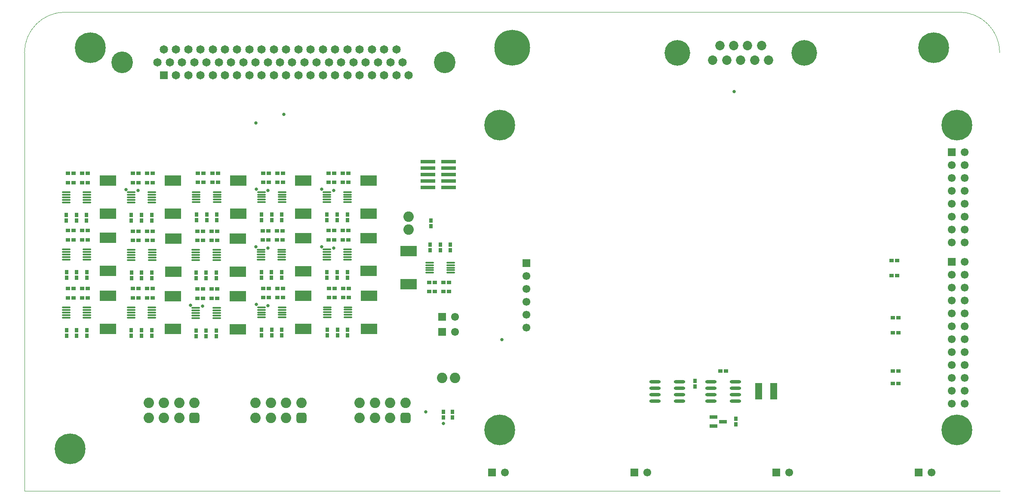
<source format=gts>
%FSLAX25Y25*%
%MOIN*%
G70*
G01*
G75*
G04 Layer_Color=8388736*
%ADD10R,0.02756X0.03150*%
%ADD11O,0.06890X0.01181*%
%ADD12R,0.12598X0.07874*%
%ADD13R,0.03150X0.02756*%
%ADD14R,0.05118X0.03150*%
%ADD15R,0.05906X0.02362*%
%ADD16O,0.08661X0.02362*%
%ADD17R,0.11000X0.02900*%
%ADD18C,0.01000*%
%ADD19C,0.02000*%
%ADD20C,0.03000*%
%ADD21C,0.01181*%
%ADD22C,0.01800*%
%ADD23C,0.00100*%
%ADD24C,0.07874*%
%ADD25R,0.05906X0.05906*%
%ADD26C,0.05906*%
%ADD27C,0.07087*%
%ADD28C,0.19685*%
%ADD29C,0.16535*%
%ADD30C,0.06299*%
%ADD31R,0.06299X0.06299*%
%ADD32C,0.27559*%
%ADD33C,0.23622*%
%ADD34R,0.05906X0.05906*%
G04:AMPARAMS|DCode=35|XSize=78.74mil|YSize=78.74mil|CornerRadius=19.69mil|HoleSize=0mil|Usage=FLASHONLY|Rotation=0.000|XOffset=0mil|YOffset=0mil|HoleType=Round|Shape=RoundedRectangle|*
%AMROUNDEDRECTD35*
21,1,0.07874,0.03937,0,0,0.0*
21,1,0.03937,0.07874,0,0,0.0*
1,1,0.03937,0.01969,-0.01969*
1,1,0.03937,-0.01969,-0.01969*
1,1,0.03937,-0.01969,0.01969*
1,1,0.03937,0.01969,0.01969*
%
%ADD35ROUNDEDRECTD35*%
%ADD36C,0.02362*%
%ADD37C,0.02756*%
%ADD38C,0.01969*%
%ADD39C,0.03937*%
%ADD40C,0.04000*%
%ADD41C,0.04000*%
%ADD42C,0.00787*%
%ADD43C,0.08331*%
%ADD44C,0.07543*%
%ADD45C,0.08685*%
%ADD46C,0.16520*%
%ADD47C,0.17779*%
%ADD48C,0.16205*%
G04:AMPARAMS|DCode=49|XSize=95.433mil|YSize=95.433mil|CornerRadius=0mil|HoleSize=0mil|Usage=FLASHONLY|Rotation=0.000|XOffset=0mil|YOffset=0mil|HoleType=Round|Shape=Relief|Width=10mil|Gap=10mil|Entries=4|*
%AMTHD49*
7,0,0,0.09543,0.07543,0.01000,45*
%
%ADD49THD49*%
%ADD50C,0.16598*%
%ADD51C,0.07937*%
%ADD52C,0.15811*%
%ADD53C,0.05181*%
G04:AMPARAMS|DCode=54|XSize=71.811mil|YSize=71.811mil|CornerRadius=0mil|HoleSize=0mil|Usage=FLASHONLY|Rotation=0.000|XOffset=0mil|YOffset=0mil|HoleType=Round|Shape=Relief|Width=10mil|Gap=10mil|Entries=4|*
%AMTHD54*
7,0,0,0.07181,0.05181,0.01000,45*
%
%ADD54THD54*%
%ADD55C,0.05969*%
G04:AMPARAMS|DCode=56|XSize=79.685mil|YSize=79.685mil|CornerRadius=0mil|HoleSize=0mil|Usage=FLASHONLY|Rotation=0.000|XOffset=0mil|YOffset=0mil|HoleType=Round|Shape=Relief|Width=10mil|Gap=10mil|Entries=4|*
%AMTHD56*
7,0,0,0.07969,0.05969,0.01000,45*
%
%ADD56THD56*%
%ADD57C,0.01772*%
%ADD58C,0.00984*%
%ADD59C,0.02362*%
%ADD60C,0.00394*%
%ADD61C,0.01575*%
%ADD62C,0.00750*%
%ADD63C,0.00500*%
%ADD64R,0.05800X0.12500*%
%ADD65R,0.02956X0.03350*%
%ADD66O,0.07090X0.01381*%
%ADD67R,0.12798X0.08074*%
%ADD68R,0.03350X0.02956*%
%ADD69R,0.05318X0.03350*%
%ADD70R,0.06106X0.02562*%
%ADD71O,0.08861X0.02562*%
%ADD72R,0.11200X0.03100*%
%ADD73C,0.08074*%
%ADD74R,0.06106X0.06106*%
%ADD75C,0.06106*%
%ADD76C,0.07287*%
%ADD77C,0.19885*%
%ADD78C,0.16735*%
%ADD79C,0.06499*%
%ADD80R,0.06499X0.06499*%
%ADD81C,0.27759*%
%ADD82C,0.23822*%
%ADD83R,0.06106X0.06106*%
%ADD84C,0.00200*%
G04:AMPARAMS|DCode=85|XSize=80.74mil|YSize=80.74mil|CornerRadius=20.69mil|HoleSize=0mil|Usage=FLASHONLY|Rotation=0.000|XOffset=0mil|YOffset=0mil|HoleType=Round|Shape=RoundedRectangle|*
%AMROUNDEDRECTD85*
21,1,0.08074,0.03937,0,0,0.0*
21,1,0.03937,0.08074,0,0,0.0*
1,1,0.04137,0.01969,-0.01969*
1,1,0.04137,-0.01969,-0.01969*
1,1,0.04137,-0.01969,0.01969*
1,1,0.04137,0.01969,0.01969*
%
%ADD85ROUNDEDRECTD85*%
%ADD86C,0.02562*%
D23*
X-12795Y-59055D02*
G03*
X-44291Y-27559I-31496J0D01*
G01*
X-737205Y-27559D02*
G03*
X-768701Y-59055I0J-31496D01*
G01*
X-768701Y-398819D02*
X-12795D01*
X-768701D02*
Y-59055D01*
X-768701Y-59055D02*
X-768701Y-59055D01*
X-737205Y-27559D02*
X-44291D01*
D64*
X-187859Y-321453D02*
D03*
X-199670Y-321450D02*
D03*
D65*
X-453745Y-193606D02*
D03*
Y-189276D02*
D03*
X-685729Y-233776D02*
D03*
Y-229445D02*
D03*
X-677855Y-233776D02*
D03*
Y-229445D02*
D03*
X-669981Y-229445D02*
D03*
Y-233776D02*
D03*
X-635729Y-233776D02*
D03*
Y-229445D02*
D03*
X-627855Y-233776D02*
D03*
Y-229445D02*
D03*
X-619981Y-229445D02*
D03*
Y-233776D02*
D03*
X-635335Y-188894D02*
D03*
Y-184563D02*
D03*
X-627461Y-188894D02*
D03*
Y-184563D02*
D03*
X-619587Y-184563D02*
D03*
Y-188894D02*
D03*
X-584942Y-188894D02*
D03*
Y-184563D02*
D03*
X-577068Y-188894D02*
D03*
Y-184563D02*
D03*
X-569194Y-184563D02*
D03*
Y-188894D02*
D03*
X-635729Y-278658D02*
D03*
Y-274327D02*
D03*
X-627855Y-278658D02*
D03*
Y-274327D02*
D03*
X-619981Y-274327D02*
D03*
Y-278658D02*
D03*
X-584942Y-278264D02*
D03*
Y-273933D02*
D03*
X-577068Y-278264D02*
D03*
Y-273933D02*
D03*
X-569194Y-273933D02*
D03*
Y-278264D02*
D03*
X-585103Y-233508D02*
D03*
Y-229177D02*
D03*
X-577229Y-233508D02*
D03*
Y-229177D02*
D03*
X-569355Y-229177D02*
D03*
Y-233508D02*
D03*
X-685891Y-189020D02*
D03*
Y-184689D02*
D03*
X-678017Y-189020D02*
D03*
Y-184689D02*
D03*
X-670143Y-184689D02*
D03*
Y-189020D02*
D03*
X-736284Y-189020D02*
D03*
Y-184689D02*
D03*
X-728410Y-189020D02*
D03*
Y-184689D02*
D03*
X-720536Y-184689D02*
D03*
Y-189020D02*
D03*
X-736123Y-233323D02*
D03*
Y-228992D02*
D03*
X-728249Y-233323D02*
D03*
Y-228992D02*
D03*
X-720375Y-228992D02*
D03*
Y-233323D02*
D03*
X-736123Y-278323D02*
D03*
Y-273992D02*
D03*
X-728249Y-278323D02*
D03*
Y-273992D02*
D03*
X-720375Y-273992D02*
D03*
Y-278323D02*
D03*
X-534154Y-188894D02*
D03*
Y-184563D02*
D03*
X-526280Y-188894D02*
D03*
Y-184563D02*
D03*
X-518406Y-184563D02*
D03*
Y-188894D02*
D03*
X-533922Y-278193D02*
D03*
Y-273862D02*
D03*
X-526048Y-278193D02*
D03*
Y-273862D02*
D03*
X-518174Y-273862D02*
D03*
Y-278193D02*
D03*
X-534154Y-233382D02*
D03*
Y-229051D02*
D03*
X-526280Y-233382D02*
D03*
Y-229051D02*
D03*
X-518406Y-229051D02*
D03*
Y-233382D02*
D03*
X-685891Y-278390D02*
D03*
Y-274059D02*
D03*
X-678017Y-278390D02*
D03*
Y-274059D02*
D03*
X-670143Y-274059D02*
D03*
Y-278390D02*
D03*
X-438548Y-207772D02*
D03*
Y-212102D02*
D03*
X-446422Y-207772D02*
D03*
Y-212102D02*
D03*
X-454296Y-212102D02*
D03*
Y-207772D02*
D03*
X-217387Y-347287D02*
D03*
Y-342957D02*
D03*
X-248883Y-317760D02*
D03*
Y-313429D02*
D03*
X-437008Y-337402D02*
D03*
Y-341732D02*
D03*
X-443898Y-341732D02*
D03*
Y-337402D02*
D03*
D66*
X-685926Y-211925D02*
D03*
Y-213894D02*
D03*
Y-215862D02*
D03*
Y-217831D02*
D03*
Y-219799D02*
D03*
X-669784Y-211925D02*
D03*
Y-213894D02*
D03*
Y-215862D02*
D03*
Y-217831D02*
D03*
Y-219799D02*
D03*
X-635926Y-211925D02*
D03*
Y-213894D02*
D03*
Y-215862D02*
D03*
Y-217831D02*
D03*
Y-219799D02*
D03*
X-619784Y-211925D02*
D03*
Y-213894D02*
D03*
Y-215862D02*
D03*
Y-217831D02*
D03*
Y-219799D02*
D03*
X-635532Y-167043D02*
D03*
Y-169012D02*
D03*
Y-170980D02*
D03*
Y-172949D02*
D03*
Y-174917D02*
D03*
X-619390Y-167043D02*
D03*
Y-169012D02*
D03*
Y-170980D02*
D03*
Y-172949D02*
D03*
Y-174917D02*
D03*
X-585139Y-167043D02*
D03*
Y-169012D02*
D03*
Y-170980D02*
D03*
Y-172949D02*
D03*
Y-174917D02*
D03*
X-568997Y-167043D02*
D03*
Y-169012D02*
D03*
Y-170980D02*
D03*
Y-172949D02*
D03*
Y-174917D02*
D03*
X-635926Y-256807D02*
D03*
Y-258776D02*
D03*
Y-260744D02*
D03*
Y-262713D02*
D03*
Y-264681D02*
D03*
X-619784Y-256807D02*
D03*
Y-258776D02*
D03*
Y-260744D02*
D03*
Y-262713D02*
D03*
Y-264681D02*
D03*
X-585139Y-256413D02*
D03*
Y-258382D02*
D03*
Y-260350D02*
D03*
Y-262319D02*
D03*
Y-264287D02*
D03*
X-568997Y-256413D02*
D03*
Y-258382D02*
D03*
Y-260350D02*
D03*
Y-262319D02*
D03*
Y-264287D02*
D03*
X-585300Y-211658D02*
D03*
Y-213626D02*
D03*
Y-215595D02*
D03*
Y-217563D02*
D03*
Y-219531D02*
D03*
X-569158Y-211658D02*
D03*
Y-213626D02*
D03*
Y-215595D02*
D03*
Y-217563D02*
D03*
Y-219531D02*
D03*
X-686087Y-167169D02*
D03*
Y-169138D02*
D03*
Y-171106D02*
D03*
Y-173075D02*
D03*
Y-175043D02*
D03*
X-669946Y-167169D02*
D03*
Y-169138D02*
D03*
Y-171106D02*
D03*
Y-173075D02*
D03*
Y-175043D02*
D03*
X-736481Y-167169D02*
D03*
Y-169138D02*
D03*
Y-171106D02*
D03*
Y-173075D02*
D03*
Y-175043D02*
D03*
X-720339Y-167169D02*
D03*
Y-169138D02*
D03*
Y-171106D02*
D03*
Y-173075D02*
D03*
Y-175043D02*
D03*
X-736320Y-211472D02*
D03*
Y-213441D02*
D03*
Y-215409D02*
D03*
Y-217378D02*
D03*
Y-219346D02*
D03*
X-720178Y-211472D02*
D03*
Y-213441D02*
D03*
Y-215409D02*
D03*
Y-217378D02*
D03*
Y-219346D02*
D03*
X-736320Y-256472D02*
D03*
Y-258441D02*
D03*
Y-260409D02*
D03*
Y-262378D02*
D03*
Y-264347D02*
D03*
X-720178Y-256472D02*
D03*
Y-258441D02*
D03*
Y-260409D02*
D03*
Y-262378D02*
D03*
Y-264347D02*
D03*
X-534351Y-167043D02*
D03*
Y-169012D02*
D03*
Y-170980D02*
D03*
Y-172949D02*
D03*
Y-174917D02*
D03*
X-518209Y-167043D02*
D03*
Y-169012D02*
D03*
Y-170980D02*
D03*
Y-172949D02*
D03*
Y-174917D02*
D03*
X-534119Y-256343D02*
D03*
Y-258311D02*
D03*
Y-260279D02*
D03*
Y-262248D02*
D03*
Y-264216D02*
D03*
X-517977Y-256343D02*
D03*
Y-258311D02*
D03*
Y-260279D02*
D03*
Y-262248D02*
D03*
Y-264216D02*
D03*
X-534351Y-211531D02*
D03*
Y-213500D02*
D03*
Y-215469D02*
D03*
Y-217437D02*
D03*
Y-219406D02*
D03*
X-518209Y-211531D02*
D03*
Y-213500D02*
D03*
Y-215469D02*
D03*
Y-217437D02*
D03*
Y-219406D02*
D03*
X-686087Y-256539D02*
D03*
Y-258508D02*
D03*
Y-260476D02*
D03*
Y-262445D02*
D03*
Y-264413D02*
D03*
X-669946Y-256539D02*
D03*
Y-258508D02*
D03*
Y-260476D02*
D03*
Y-262445D02*
D03*
Y-264413D02*
D03*
X-438351Y-229622D02*
D03*
Y-227654D02*
D03*
Y-225685D02*
D03*
Y-223716D02*
D03*
Y-221748D02*
D03*
X-454493Y-229622D02*
D03*
Y-227654D02*
D03*
Y-225685D02*
D03*
Y-223716D02*
D03*
Y-221748D02*
D03*
D67*
X-653446Y-228658D02*
D03*
Y-203067D02*
D03*
X-603446Y-228658D02*
D03*
Y-203067D02*
D03*
X-603052Y-183776D02*
D03*
Y-158185D02*
D03*
X-552658Y-183776D02*
D03*
Y-158185D02*
D03*
X-603446Y-273539D02*
D03*
Y-247949D02*
D03*
X-552658Y-273146D02*
D03*
Y-247555D02*
D03*
X-552820Y-228390D02*
D03*
Y-202799D02*
D03*
X-653607Y-183902D02*
D03*
Y-158311D02*
D03*
X-704001Y-183902D02*
D03*
Y-158311D02*
D03*
X-703839Y-228205D02*
D03*
Y-202614D02*
D03*
Y-273205D02*
D03*
Y-247614D02*
D03*
X-501871Y-183776D02*
D03*
Y-158185D02*
D03*
X-501639Y-273075D02*
D03*
Y-247484D02*
D03*
X-501871Y-228264D02*
D03*
Y-202673D02*
D03*
X-653607Y-273272D02*
D03*
Y-247681D02*
D03*
X-470831Y-212890D02*
D03*
Y-238480D02*
D03*
D68*
X-684548Y-204445D02*
D03*
X-680217D02*
D03*
X-684548Y-197358D02*
D03*
X-680217D02*
D03*
X-673524Y-204445D02*
D03*
X-669194D02*
D03*
X-673524Y-197358D02*
D03*
X-669194D02*
D03*
X-634548Y-204445D02*
D03*
X-630217D02*
D03*
X-634548Y-197358D02*
D03*
X-630217D02*
D03*
X-623524Y-204445D02*
D03*
X-619194D02*
D03*
X-623524Y-197358D02*
D03*
X-619194D02*
D03*
X-634154Y-159563D02*
D03*
X-629824D02*
D03*
X-634154Y-152476D02*
D03*
X-629824D02*
D03*
X-623131Y-159563D02*
D03*
X-618800D02*
D03*
X-623131Y-152476D02*
D03*
X-618800D02*
D03*
X-583761Y-159563D02*
D03*
X-579430D02*
D03*
X-583761Y-152476D02*
D03*
X-579430D02*
D03*
X-572737Y-159563D02*
D03*
X-568406D02*
D03*
X-572737Y-152476D02*
D03*
X-568406D02*
D03*
X-634548Y-249327D02*
D03*
X-630217D02*
D03*
X-634548Y-242240D02*
D03*
X-630217D02*
D03*
X-623524Y-249327D02*
D03*
X-619194D02*
D03*
X-623524Y-242240D02*
D03*
X-619194D02*
D03*
X-583761Y-248933D02*
D03*
X-579430D02*
D03*
X-583761Y-241846D02*
D03*
X-579430D02*
D03*
X-572737Y-248933D02*
D03*
X-568406D02*
D03*
X-572737Y-241846D02*
D03*
X-568406D02*
D03*
X-583922Y-204177D02*
D03*
X-579591D02*
D03*
X-583922Y-197091D02*
D03*
X-579591D02*
D03*
X-572898Y-204177D02*
D03*
X-568568D02*
D03*
X-572898Y-197091D02*
D03*
X-568568D02*
D03*
X-684710Y-159689D02*
D03*
X-680379D02*
D03*
X-684710Y-152602D02*
D03*
X-680379D02*
D03*
X-673686Y-159689D02*
D03*
X-669355D02*
D03*
X-673686Y-152602D02*
D03*
X-669355D02*
D03*
X-735103Y-159689D02*
D03*
X-730772D02*
D03*
X-735103Y-152602D02*
D03*
X-730772D02*
D03*
X-724080Y-159689D02*
D03*
X-719749D02*
D03*
X-724080Y-152602D02*
D03*
X-719749D02*
D03*
X-734942Y-203992D02*
D03*
X-730611D02*
D03*
X-734942Y-196906D02*
D03*
X-730611D02*
D03*
X-723918Y-203992D02*
D03*
X-719587D02*
D03*
X-723918Y-196906D02*
D03*
X-719587D02*
D03*
X-734942Y-248992D02*
D03*
X-730611D02*
D03*
X-734942Y-241905D02*
D03*
X-730611D02*
D03*
X-723918Y-248992D02*
D03*
X-719587D02*
D03*
X-723918Y-241905D02*
D03*
X-719587D02*
D03*
X-532973Y-159563D02*
D03*
X-528643D02*
D03*
X-532973Y-152476D02*
D03*
X-528643D02*
D03*
X-521950Y-159563D02*
D03*
X-517619D02*
D03*
X-521950Y-152476D02*
D03*
X-517619D02*
D03*
X-532741Y-248862D02*
D03*
X-528410D02*
D03*
X-532741Y-241776D02*
D03*
X-528410D02*
D03*
X-521717Y-248862D02*
D03*
X-517387D02*
D03*
X-521717Y-241776D02*
D03*
X-517387D02*
D03*
X-532973Y-204051D02*
D03*
X-528643D02*
D03*
X-532973Y-196965D02*
D03*
X-528643D02*
D03*
X-521950Y-204051D02*
D03*
X-517619D02*
D03*
X-521950Y-196965D02*
D03*
X-517619D02*
D03*
X-684710Y-249059D02*
D03*
X-680379D02*
D03*
X-684710Y-241972D02*
D03*
X-680379D02*
D03*
X-673686Y-249059D02*
D03*
X-669355D02*
D03*
X-673686Y-241972D02*
D03*
X-669355D02*
D03*
X-439729Y-237102D02*
D03*
X-444060D02*
D03*
X-439729Y-244189D02*
D03*
X-444060D02*
D03*
X-450753Y-237102D02*
D03*
X-455084D02*
D03*
X-450753Y-244189D02*
D03*
X-455084D02*
D03*
X-95536Y-315595D02*
D03*
X-91206D02*
D03*
X-95536Y-305752D02*
D03*
X-91206D02*
D03*
X-95536Y-264413D02*
D03*
X-91206D02*
D03*
X-95536Y-276224D02*
D03*
X-91206D02*
D03*
X-96521Y-231933D02*
D03*
X-92190D02*
D03*
X-96521Y-220122D02*
D03*
X-92190D02*
D03*
X-225064Y-305752D02*
D03*
X-229395D02*
D03*
D69*
X-187859Y-325796D02*
D03*
Y-321465D02*
D03*
Y-317135D02*
D03*
X-199670Y-325796D02*
D03*
Y-321465D02*
D03*
Y-317135D02*
D03*
D70*
X-227423Y-345122D02*
D03*
X-234710Y-348626D02*
D03*
Y-341618D02*
D03*
D71*
X-217780Y-329000D02*
D03*
Y-324000D02*
D03*
Y-319000D02*
D03*
Y-314000D02*
D03*
X-236678Y-329000D02*
D03*
Y-324000D02*
D03*
Y-319000D02*
D03*
Y-314000D02*
D03*
X-279985D02*
D03*
Y-319000D02*
D03*
Y-324000D02*
D03*
Y-329000D02*
D03*
X-261087Y-314000D02*
D03*
Y-319000D02*
D03*
Y-324000D02*
D03*
Y-329000D02*
D03*
D72*
X-456016Y-163587D02*
D03*
X-440017D02*
D03*
X-456016Y-158587D02*
D03*
X-440017D02*
D03*
X-456016Y-153587D02*
D03*
X-440017D02*
D03*
X-456016Y-148587D02*
D03*
X-440017D02*
D03*
Y-143587D02*
D03*
X-456016D02*
D03*
D73*
X-470950Y-186189D02*
D03*
Y-196189D02*
D03*
X-444828Y-311067D02*
D03*
X-434828D02*
D03*
X-485236Y-330487D02*
D03*
X-473425D02*
D03*
X-497047D02*
D03*
X-508858D02*
D03*
Y-342287D02*
D03*
X-497047D02*
D03*
X-485236D02*
D03*
X-565945Y-330487D02*
D03*
X-554134D02*
D03*
X-577756D02*
D03*
X-589567D02*
D03*
Y-342287D02*
D03*
X-577756D02*
D03*
X-565945D02*
D03*
X-648819Y-330487D02*
D03*
X-637008D02*
D03*
X-660630D02*
D03*
X-672441D02*
D03*
Y-342287D02*
D03*
X-660630D02*
D03*
X-648819D02*
D03*
D74*
X-75654Y-384492D02*
D03*
X-185891D02*
D03*
X-406363Y-384492D02*
D03*
X-296127Y-384492D02*
D03*
X-445143Y-275634D02*
D03*
X-445044Y-263724D02*
D03*
D75*
X-65654Y-384492D02*
D03*
X-175891D02*
D03*
X-396363Y-384492D02*
D03*
X-286127Y-384492D02*
D03*
X-435143Y-275634D02*
D03*
X-435044Y-263724D02*
D03*
X-379710Y-232090D02*
D03*
Y-242091D02*
D03*
Y-252091D02*
D03*
Y-262090D02*
D03*
Y-272091D02*
D03*
X-50064Y-321106D02*
D03*
Y-331106D02*
D03*
Y-291106D02*
D03*
Y-301106D02*
D03*
Y-311106D02*
D03*
Y-271106D02*
D03*
Y-281106D02*
D03*
Y-261106D02*
D03*
Y-251106D02*
D03*
Y-241106D02*
D03*
X-40064Y-271106D02*
D03*
X-50064Y-231106D02*
D03*
X-40064Y-331106D02*
D03*
Y-311106D02*
D03*
Y-321106D02*
D03*
Y-301106D02*
D03*
Y-281106D02*
D03*
Y-291106D02*
D03*
Y-241106D02*
D03*
Y-261106D02*
D03*
Y-221106D02*
D03*
Y-251106D02*
D03*
Y-231106D02*
D03*
Y-136106D02*
D03*
X-50064Y-146106D02*
D03*
X-40064D02*
D03*
X-50064Y-156106D02*
D03*
X-40064D02*
D03*
X-50064Y-166106D02*
D03*
X-40064D02*
D03*
X-50064Y-176106D02*
D03*
X-40064D02*
D03*
X-50064Y-186106D02*
D03*
X-40064D02*
D03*
X-50064Y-196106D02*
D03*
X-40064D02*
D03*
X-50064Y-206106D02*
D03*
X-40064D02*
D03*
D76*
X-197409Y-53479D02*
D03*
X-208209D02*
D03*
X-219009D02*
D03*
X-229809D02*
D03*
X-192009Y-64679D02*
D03*
X-202810D02*
D03*
X-213610D02*
D03*
X-224410D02*
D03*
X-235209D02*
D03*
D77*
X-262809Y-59079D02*
D03*
X-164409D02*
D03*
D78*
X-693048Y-66512D02*
D03*
X-443048D02*
D03*
D79*
X-470883Y-76512D02*
D03*
X-480371D02*
D03*
X-489859D02*
D03*
X-499465D02*
D03*
X-508954D02*
D03*
X-518442D02*
D03*
X-527930D02*
D03*
X-537418D02*
D03*
X-546906D02*
D03*
X-556394D02*
D03*
X-565883D02*
D03*
X-575371D02*
D03*
X-584859D02*
D03*
X-594347D02*
D03*
X-603835D02*
D03*
X-613324D02*
D03*
X-622812D02*
D03*
X-632300D02*
D03*
X-641788D02*
D03*
X-651276D02*
D03*
X-665528Y-66512D02*
D03*
X-651276Y-56512D02*
D03*
X-660765D02*
D03*
X-641788D02*
D03*
X-632300D02*
D03*
X-622812D02*
D03*
X-613324D02*
D03*
X-603835D02*
D03*
X-594347D02*
D03*
X-584859D02*
D03*
X-575371D02*
D03*
X-565883D02*
D03*
X-556394D02*
D03*
X-546906D02*
D03*
X-537418D02*
D03*
X-527930D02*
D03*
X-518442D02*
D03*
X-508954D02*
D03*
X-499465D02*
D03*
X-489859D02*
D03*
X-480371D02*
D03*
X-475646Y-66512D02*
D03*
X-485135D02*
D03*
X-494741D02*
D03*
X-504229D02*
D03*
X-513717D02*
D03*
X-523206D02*
D03*
X-532694D02*
D03*
X-542182D02*
D03*
X-551670D02*
D03*
X-561158D02*
D03*
X-570646D02*
D03*
X-580135D02*
D03*
X-589623D02*
D03*
X-599111D02*
D03*
X-608599D02*
D03*
X-618087D02*
D03*
X-627576D02*
D03*
X-637064D02*
D03*
X-656040D02*
D03*
X-646552D02*
D03*
D80*
X-660765Y-76512D02*
D03*
D81*
X-390748Y-55118D02*
D03*
D82*
X-717520D02*
D03*
X-63976Y-55118D02*
D03*
X-733268Y-366142D02*
D03*
X-46048Y-351421D02*
D03*
X-400379Y-115201D02*
D03*
X-46048D02*
D03*
X-400379Y-351421D02*
D03*
D83*
X-379710Y-222091D02*
D03*
X-50064Y-221106D02*
D03*
Y-136106D02*
D03*
D84*
X-500354Y-375787D02*
D03*
X-481929D02*
D03*
X-581063D02*
D03*
X-562638D02*
D03*
X-663937D02*
D03*
X-645512D02*
D03*
D85*
X-473425Y-342287D02*
D03*
X-554134D02*
D03*
X-637008D02*
D03*
D86*
X-218568Y-89217D02*
D03*
X-630620Y-255626D02*
D03*
X-639828Y-254678D02*
D03*
X-538253Y-164914D02*
D03*
X-529046Y-165862D02*
D03*
X-538253Y-209402D02*
D03*
X-529046Y-210350D02*
D03*
X-589040Y-164914D02*
D03*
X-579833Y-165862D02*
D03*
X-589202Y-209528D02*
D03*
X-579994Y-210476D02*
D03*
X-589040Y-254284D02*
D03*
X-579833Y-255232D02*
D03*
X-689989Y-165040D02*
D03*
X-680782Y-165988D02*
D03*
X-589434Y-113626D02*
D03*
X-567780Y-106934D02*
D03*
X-457677Y-337598D02*
D03*
X-443898Y-346457D02*
D03*
X-398622Y-281496D02*
D03*
M02*

</source>
